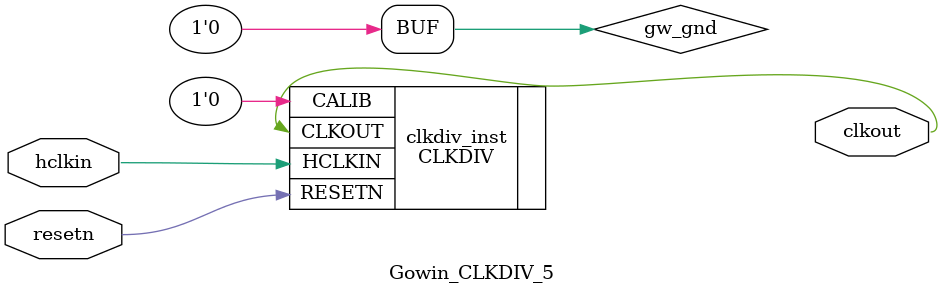
<source format=v>

module Gowin_CLKDIV_5 (clkout, hclkin, resetn);

output clkout;
input hclkin;
input resetn;

wire gw_gnd;

assign gw_gnd = 1'b0;

CLKDIV clkdiv_inst (
    .CLKOUT(clkout),
    .HCLKIN(hclkin),
    .RESETN(resetn),
    .CALIB(gw_gnd)
);

defparam clkdiv_inst.DIV_MODE = "5";
defparam clkdiv_inst.GSREN = "false";

endmodule //Gowin_CLKDIV_5

</source>
